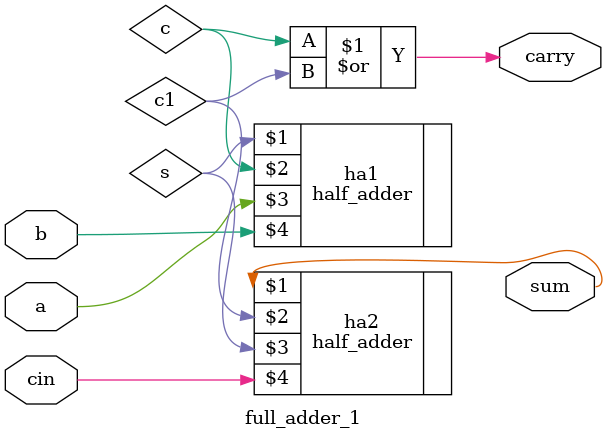
<source format=v>
`timescale 1ns / 1ps

// full adder using half adders //
module full_adder_1(sum,carry,a,b,cin);
    input a,b,cin;
    output sum,carry;
    wire c,c1,s;

    // Instantiate Half Adders
    half_adder ha1 (s,c,a,b);
    half_adder ha2 (sum,c1,s,cin);

    assign carry = (c | c1);
endmodule

</source>
